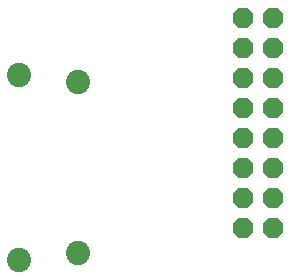
<source format=gbs>
G75*
%MOIN*%
%OFA0B0*%
%FSLAX25Y25*%
%IPPOS*%
%LPD*%
%AMOC8*
5,1,8,0,0,1.08239X$1,22.5*
%
%ADD10C,0.08077*%
%ADD11OC8,0.06800*%
D10*
X0015564Y0005594D03*
X0035052Y0007957D03*
X0035052Y0065043D03*
X0015564Y0067406D03*
D11*
X0090052Y0066500D03*
X0100052Y0066500D03*
X0100052Y0056500D03*
X0090052Y0056500D03*
X0090052Y0046500D03*
X0100052Y0046500D03*
X0100052Y0036500D03*
X0090052Y0036500D03*
X0090052Y0026500D03*
X0100052Y0026500D03*
X0100052Y0016500D03*
X0090052Y0016500D03*
X0090052Y0076500D03*
X0100052Y0076500D03*
X0100052Y0086500D03*
X0090052Y0086500D03*
M02*

</source>
